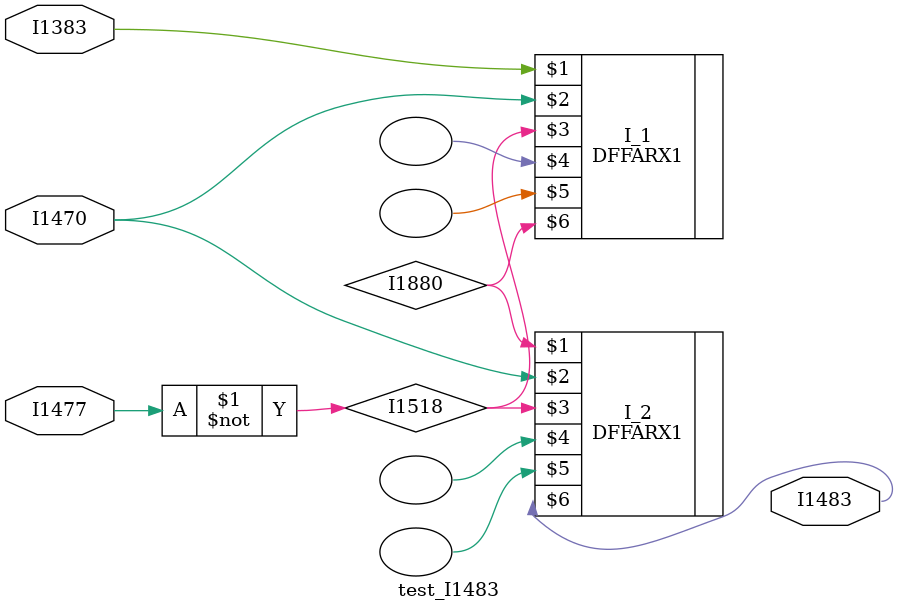
<source format=v>
module test_I1483(I1383,I1477,I1470,I1483);
input I1383,I1477,I1470;
output I1483;
wire I1518,I1880;
not I_0(I1518,I1477);
DFFARX1 I_1(I1383,I1470,I1518,,,I1880,);
DFFARX1 I_2(I1880,I1470,I1518,,,I1483,);
endmodule



</source>
